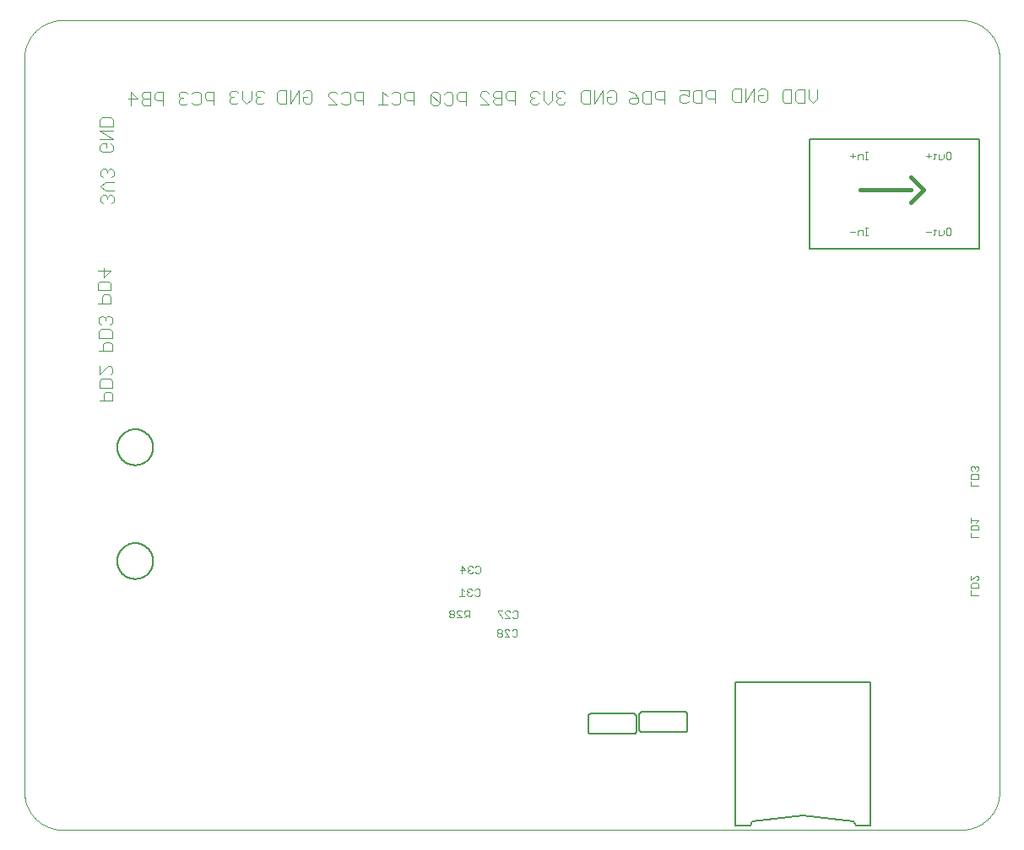
<source format=gbo>
G75*
%MOIN*%
%OFA0B0*%
%FSLAX25Y25*%
%IPPOS*%
%LPD*%
%AMOC8*
5,1,8,0,0,1.08239X$1,22.5*
%
%ADD10C,0.00000*%
%ADD11C,0.00400*%
%ADD12C,0.00300*%
%ADD13C,0.00500*%
%ADD14C,0.00600*%
%ADD15C,0.01600*%
D10*
X0017225Y0002026D02*
X0372225Y0002026D01*
X0372587Y0002030D01*
X0372950Y0002044D01*
X0373312Y0002065D01*
X0373673Y0002096D01*
X0374033Y0002135D01*
X0374392Y0002183D01*
X0374750Y0002240D01*
X0375107Y0002305D01*
X0375462Y0002379D01*
X0375815Y0002462D01*
X0376166Y0002553D01*
X0376514Y0002652D01*
X0376860Y0002760D01*
X0377204Y0002876D01*
X0377544Y0003001D01*
X0377881Y0003133D01*
X0378215Y0003274D01*
X0378546Y0003423D01*
X0378873Y0003580D01*
X0379196Y0003744D01*
X0379515Y0003916D01*
X0379829Y0004096D01*
X0380140Y0004284D01*
X0380445Y0004479D01*
X0380746Y0004681D01*
X0381042Y0004891D01*
X0381332Y0005107D01*
X0381618Y0005331D01*
X0381898Y0005561D01*
X0382172Y0005798D01*
X0382440Y0006042D01*
X0382703Y0006292D01*
X0382959Y0006548D01*
X0383209Y0006811D01*
X0383453Y0007079D01*
X0383690Y0007353D01*
X0383920Y0007633D01*
X0384144Y0007919D01*
X0384360Y0008209D01*
X0384570Y0008505D01*
X0384772Y0008806D01*
X0384967Y0009111D01*
X0385155Y0009422D01*
X0385335Y0009736D01*
X0385507Y0010055D01*
X0385671Y0010378D01*
X0385828Y0010705D01*
X0385977Y0011036D01*
X0386118Y0011370D01*
X0386250Y0011707D01*
X0386375Y0012047D01*
X0386491Y0012391D01*
X0386599Y0012737D01*
X0386698Y0013085D01*
X0386789Y0013436D01*
X0386872Y0013789D01*
X0386946Y0014144D01*
X0387011Y0014501D01*
X0387068Y0014859D01*
X0387116Y0015218D01*
X0387155Y0015578D01*
X0387186Y0015939D01*
X0387207Y0016301D01*
X0387221Y0016664D01*
X0387225Y0017026D01*
X0387225Y0307026D01*
X0387221Y0307388D01*
X0387207Y0307751D01*
X0387186Y0308113D01*
X0387155Y0308474D01*
X0387116Y0308834D01*
X0387068Y0309193D01*
X0387011Y0309551D01*
X0386946Y0309908D01*
X0386872Y0310263D01*
X0386789Y0310616D01*
X0386698Y0310967D01*
X0386599Y0311315D01*
X0386491Y0311661D01*
X0386375Y0312005D01*
X0386250Y0312345D01*
X0386118Y0312682D01*
X0385977Y0313016D01*
X0385828Y0313347D01*
X0385671Y0313674D01*
X0385507Y0313997D01*
X0385335Y0314316D01*
X0385155Y0314630D01*
X0384967Y0314941D01*
X0384772Y0315246D01*
X0384570Y0315547D01*
X0384360Y0315843D01*
X0384144Y0316133D01*
X0383920Y0316419D01*
X0383690Y0316699D01*
X0383453Y0316973D01*
X0383209Y0317241D01*
X0382959Y0317504D01*
X0382703Y0317760D01*
X0382440Y0318010D01*
X0382172Y0318254D01*
X0381898Y0318491D01*
X0381618Y0318721D01*
X0381332Y0318945D01*
X0381042Y0319161D01*
X0380746Y0319371D01*
X0380445Y0319573D01*
X0380140Y0319768D01*
X0379829Y0319956D01*
X0379515Y0320136D01*
X0379196Y0320308D01*
X0378873Y0320472D01*
X0378546Y0320629D01*
X0378215Y0320778D01*
X0377881Y0320919D01*
X0377544Y0321051D01*
X0377204Y0321176D01*
X0376860Y0321292D01*
X0376514Y0321400D01*
X0376166Y0321499D01*
X0375815Y0321590D01*
X0375462Y0321673D01*
X0375107Y0321747D01*
X0374750Y0321812D01*
X0374392Y0321869D01*
X0374033Y0321917D01*
X0373673Y0321956D01*
X0373312Y0321987D01*
X0372950Y0322008D01*
X0372587Y0322022D01*
X0372225Y0322026D01*
X0017225Y0322026D01*
X0016863Y0322022D01*
X0016500Y0322008D01*
X0016138Y0321987D01*
X0015777Y0321956D01*
X0015417Y0321917D01*
X0015058Y0321869D01*
X0014700Y0321812D01*
X0014343Y0321747D01*
X0013988Y0321673D01*
X0013635Y0321590D01*
X0013284Y0321499D01*
X0012936Y0321400D01*
X0012590Y0321292D01*
X0012246Y0321176D01*
X0011906Y0321051D01*
X0011569Y0320919D01*
X0011235Y0320778D01*
X0010904Y0320629D01*
X0010577Y0320472D01*
X0010254Y0320308D01*
X0009935Y0320136D01*
X0009621Y0319956D01*
X0009310Y0319768D01*
X0009005Y0319573D01*
X0008704Y0319371D01*
X0008408Y0319161D01*
X0008118Y0318945D01*
X0007832Y0318721D01*
X0007552Y0318491D01*
X0007278Y0318254D01*
X0007010Y0318010D01*
X0006747Y0317760D01*
X0006491Y0317504D01*
X0006241Y0317241D01*
X0005997Y0316973D01*
X0005760Y0316699D01*
X0005530Y0316419D01*
X0005306Y0316133D01*
X0005090Y0315843D01*
X0004880Y0315547D01*
X0004678Y0315246D01*
X0004483Y0314941D01*
X0004295Y0314630D01*
X0004115Y0314316D01*
X0003943Y0313997D01*
X0003779Y0313674D01*
X0003622Y0313347D01*
X0003473Y0313016D01*
X0003332Y0312682D01*
X0003200Y0312345D01*
X0003075Y0312005D01*
X0002959Y0311661D01*
X0002851Y0311315D01*
X0002752Y0310967D01*
X0002661Y0310616D01*
X0002578Y0310263D01*
X0002504Y0309908D01*
X0002439Y0309551D01*
X0002382Y0309193D01*
X0002334Y0308834D01*
X0002295Y0308474D01*
X0002264Y0308113D01*
X0002243Y0307751D01*
X0002229Y0307388D01*
X0002225Y0307026D01*
X0002225Y0017026D01*
X0002229Y0016664D01*
X0002243Y0016301D01*
X0002264Y0015939D01*
X0002295Y0015578D01*
X0002334Y0015218D01*
X0002382Y0014859D01*
X0002439Y0014501D01*
X0002504Y0014144D01*
X0002578Y0013789D01*
X0002661Y0013436D01*
X0002752Y0013085D01*
X0002851Y0012737D01*
X0002959Y0012391D01*
X0003075Y0012047D01*
X0003200Y0011707D01*
X0003332Y0011370D01*
X0003473Y0011036D01*
X0003622Y0010705D01*
X0003779Y0010378D01*
X0003943Y0010055D01*
X0004115Y0009736D01*
X0004295Y0009422D01*
X0004483Y0009111D01*
X0004678Y0008806D01*
X0004880Y0008505D01*
X0005090Y0008209D01*
X0005306Y0007919D01*
X0005530Y0007633D01*
X0005760Y0007353D01*
X0005997Y0007079D01*
X0006241Y0006811D01*
X0006491Y0006548D01*
X0006747Y0006292D01*
X0007010Y0006042D01*
X0007278Y0005798D01*
X0007552Y0005561D01*
X0007832Y0005331D01*
X0008118Y0005107D01*
X0008408Y0004891D01*
X0008704Y0004681D01*
X0009005Y0004479D01*
X0009310Y0004284D01*
X0009621Y0004096D01*
X0009935Y0003916D01*
X0010254Y0003744D01*
X0010577Y0003580D01*
X0010904Y0003423D01*
X0011235Y0003274D01*
X0011569Y0003133D01*
X0011906Y0003001D01*
X0012246Y0002876D01*
X0012590Y0002760D01*
X0012936Y0002652D01*
X0013284Y0002553D01*
X0013635Y0002462D01*
X0013988Y0002379D01*
X0014343Y0002305D01*
X0014700Y0002240D01*
X0015058Y0002183D01*
X0015417Y0002135D01*
X0015777Y0002096D01*
X0016138Y0002065D01*
X0016500Y0002044D01*
X0016863Y0002030D01*
X0017225Y0002026D01*
D11*
X0031805Y0171608D02*
X0037009Y0171608D01*
X0037009Y0174210D01*
X0036142Y0175078D01*
X0034407Y0175078D01*
X0033540Y0174210D01*
X0033540Y0171608D01*
X0031805Y0176765D02*
X0031805Y0179367D01*
X0032672Y0180234D01*
X0036142Y0180234D01*
X0037009Y0179367D01*
X0037009Y0176765D01*
X0031805Y0176765D01*
X0031805Y0181921D02*
X0035275Y0185391D01*
X0036142Y0185391D01*
X0037009Y0184523D01*
X0037009Y0182788D01*
X0036142Y0181921D01*
X0031805Y0181921D02*
X0031805Y0185391D01*
X0031590Y0191290D02*
X0036794Y0191290D01*
X0036794Y0193893D01*
X0035927Y0194760D01*
X0034192Y0194760D01*
X0033324Y0193893D01*
X0033324Y0191290D01*
X0031590Y0196447D02*
X0031590Y0199049D01*
X0032457Y0199916D01*
X0035927Y0199916D01*
X0036794Y0199049D01*
X0036794Y0196447D01*
X0031590Y0196447D01*
X0032457Y0201603D02*
X0031590Y0202471D01*
X0031590Y0204205D01*
X0032457Y0205073D01*
X0033324Y0205073D01*
X0034192Y0204205D01*
X0034192Y0203338D01*
X0034192Y0204205D02*
X0035059Y0205073D01*
X0035927Y0205073D01*
X0036794Y0204205D01*
X0036794Y0202471D01*
X0035927Y0201603D01*
X0036363Y0210111D02*
X0031159Y0210111D01*
X0032893Y0210111D02*
X0032893Y0212713D01*
X0033761Y0213580D01*
X0035496Y0213580D01*
X0036363Y0212713D01*
X0036363Y0210111D01*
X0036363Y0215267D02*
X0031159Y0215267D01*
X0031159Y0217869D01*
X0032026Y0218737D01*
X0035496Y0218737D01*
X0036363Y0217869D01*
X0036363Y0215267D01*
X0033761Y0220423D02*
X0033761Y0223893D01*
X0036363Y0223026D02*
X0033761Y0220423D01*
X0031159Y0223026D02*
X0036363Y0223026D01*
X0036708Y0249561D02*
X0037576Y0250428D01*
X0037576Y0252163D01*
X0036708Y0253030D01*
X0035841Y0253030D01*
X0034973Y0252163D01*
X0034106Y0253030D01*
X0033239Y0253030D01*
X0032371Y0252163D01*
X0032371Y0250428D01*
X0033239Y0249561D01*
X0034973Y0251296D02*
X0034973Y0252163D01*
X0034106Y0254717D02*
X0032371Y0256452D01*
X0034106Y0258187D01*
X0037576Y0258187D01*
X0036708Y0259874D02*
X0037576Y0260741D01*
X0037576Y0262476D01*
X0036708Y0263343D01*
X0035841Y0263343D01*
X0034973Y0262476D01*
X0034106Y0263343D01*
X0033239Y0263343D01*
X0032371Y0262476D01*
X0032371Y0260741D01*
X0033239Y0259874D01*
X0034973Y0261608D02*
X0034973Y0262476D01*
X0036315Y0269876D02*
X0032845Y0269876D01*
X0031978Y0270743D01*
X0031978Y0272478D01*
X0032845Y0273345D01*
X0034580Y0273345D01*
X0034580Y0271611D01*
X0036315Y0273345D02*
X0037182Y0272478D01*
X0037182Y0270743D01*
X0036315Y0269876D01*
X0037182Y0275032D02*
X0031978Y0275032D01*
X0031978Y0278502D02*
X0037182Y0275032D01*
X0037182Y0278502D02*
X0031978Y0278502D01*
X0031978Y0280189D02*
X0031978Y0282791D01*
X0032845Y0283658D01*
X0036315Y0283658D01*
X0037182Y0282791D01*
X0037182Y0280189D01*
X0031978Y0280189D01*
X0044181Y0288474D02*
X0044181Y0293679D01*
X0046784Y0291076D01*
X0043314Y0291076D01*
X0048470Y0290209D02*
X0048470Y0289341D01*
X0049338Y0288474D01*
X0051940Y0288474D01*
X0051940Y0293679D01*
X0049338Y0293679D01*
X0048470Y0292811D01*
X0048470Y0291944D01*
X0049338Y0291076D01*
X0051940Y0291076D01*
X0053627Y0291076D02*
X0054494Y0290209D01*
X0057096Y0290209D01*
X0057096Y0288474D02*
X0057096Y0293679D01*
X0054494Y0293679D01*
X0053627Y0292811D01*
X0053627Y0291076D01*
X0049338Y0291076D02*
X0048470Y0290209D01*
X0063190Y0290362D02*
X0063190Y0289495D01*
X0064058Y0288627D01*
X0065792Y0288627D01*
X0066660Y0289495D01*
X0068347Y0289495D02*
X0069214Y0288627D01*
X0070949Y0288627D01*
X0071816Y0289495D01*
X0071816Y0292964D01*
X0070949Y0293832D01*
X0069214Y0293832D01*
X0068347Y0292964D01*
X0066660Y0292964D02*
X0065792Y0293832D01*
X0064058Y0293832D01*
X0063190Y0292964D01*
X0063190Y0292097D01*
X0064058Y0291229D01*
X0063190Y0290362D01*
X0064058Y0291229D02*
X0064925Y0291229D01*
X0073503Y0291229D02*
X0074370Y0290362D01*
X0076973Y0290362D01*
X0076973Y0288627D02*
X0076973Y0293832D01*
X0074370Y0293832D01*
X0073503Y0292964D01*
X0073503Y0291229D01*
X0083196Y0290688D02*
X0083196Y0289821D01*
X0084064Y0288953D01*
X0085799Y0288953D01*
X0086666Y0289821D01*
X0088353Y0290688D02*
X0088353Y0294158D01*
X0086666Y0293290D02*
X0085799Y0294158D01*
X0084064Y0294158D01*
X0083196Y0293290D01*
X0083196Y0292423D01*
X0084064Y0291555D01*
X0083196Y0290688D01*
X0084064Y0291555D02*
X0084931Y0291555D01*
X0088353Y0290688D02*
X0090088Y0288953D01*
X0091822Y0290688D01*
X0091822Y0294158D01*
X0093509Y0293290D02*
X0093509Y0292423D01*
X0094377Y0291555D01*
X0093509Y0290688D01*
X0093509Y0289821D01*
X0094377Y0288953D01*
X0096111Y0288953D01*
X0096979Y0289821D01*
X0095244Y0291555D02*
X0094377Y0291555D01*
X0093509Y0293290D02*
X0094377Y0294158D01*
X0096111Y0294158D01*
X0096979Y0293290D01*
X0101966Y0293514D02*
X0101966Y0290045D01*
X0102833Y0289177D01*
X0105435Y0289177D01*
X0105435Y0294382D01*
X0102833Y0294382D01*
X0101966Y0293514D01*
X0107122Y0294382D02*
X0107122Y0289177D01*
X0110592Y0294382D01*
X0110592Y0289177D01*
X0112278Y0290045D02*
X0112278Y0291780D01*
X0114013Y0291780D01*
X0112278Y0293514D02*
X0113146Y0294382D01*
X0114881Y0294382D01*
X0115748Y0293514D01*
X0115748Y0290045D01*
X0114881Y0289177D01*
X0113146Y0289177D01*
X0112278Y0290045D01*
X0122237Y0288627D02*
X0125707Y0288627D01*
X0122237Y0292097D01*
X0122237Y0292964D01*
X0123105Y0293832D01*
X0124840Y0293832D01*
X0125707Y0292964D01*
X0127394Y0292964D02*
X0128261Y0293832D01*
X0129996Y0293832D01*
X0130863Y0292964D01*
X0130863Y0289495D01*
X0129996Y0288627D01*
X0128261Y0288627D01*
X0127394Y0289495D01*
X0132550Y0291229D02*
X0133418Y0290362D01*
X0136020Y0290362D01*
X0136020Y0288627D02*
X0136020Y0293832D01*
X0133418Y0293832D01*
X0132550Y0292964D01*
X0132550Y0291229D01*
X0141992Y0288627D02*
X0145461Y0288627D01*
X0143727Y0288627D02*
X0143727Y0293832D01*
X0145461Y0292097D01*
X0147148Y0292964D02*
X0148016Y0293832D01*
X0149750Y0293832D01*
X0150618Y0292964D01*
X0150618Y0289495D01*
X0149750Y0288627D01*
X0148016Y0288627D01*
X0147148Y0289495D01*
X0152305Y0291229D02*
X0153172Y0290362D01*
X0155774Y0290362D01*
X0155774Y0288627D02*
X0155774Y0293832D01*
X0153172Y0293832D01*
X0152305Y0292964D01*
X0152305Y0291229D01*
X0162747Y0292778D02*
X0162747Y0289308D01*
X0163615Y0288441D01*
X0165350Y0288441D01*
X0166217Y0289308D01*
X0162747Y0292778D01*
X0163615Y0293645D01*
X0165350Y0293645D01*
X0166217Y0292778D01*
X0166217Y0289308D01*
X0167904Y0289308D02*
X0168771Y0288441D01*
X0170506Y0288441D01*
X0171373Y0289308D01*
X0171373Y0292778D01*
X0170506Y0293645D01*
X0168771Y0293645D01*
X0167904Y0292778D01*
X0173060Y0292778D02*
X0173060Y0291043D01*
X0173928Y0290176D01*
X0176530Y0290176D01*
X0176530Y0288441D02*
X0176530Y0293645D01*
X0173928Y0293645D01*
X0173060Y0292778D01*
X0182115Y0292997D02*
X0182982Y0293864D01*
X0184717Y0293864D01*
X0185584Y0292997D01*
X0187271Y0292997D02*
X0187271Y0292130D01*
X0188139Y0291262D01*
X0187271Y0290395D01*
X0187271Y0289527D01*
X0188139Y0288660D01*
X0190741Y0288660D01*
X0190741Y0293864D01*
X0188139Y0293864D01*
X0187271Y0292997D01*
X0188139Y0291262D02*
X0190741Y0291262D01*
X0192428Y0291262D02*
X0193295Y0290395D01*
X0195897Y0290395D01*
X0195897Y0288660D02*
X0195897Y0293864D01*
X0193295Y0293864D01*
X0192428Y0292997D01*
X0192428Y0291262D01*
X0185584Y0288660D02*
X0182115Y0292130D01*
X0182115Y0292997D01*
X0182115Y0288660D02*
X0185584Y0288660D01*
X0201973Y0289541D02*
X0202840Y0288674D01*
X0204575Y0288674D01*
X0205442Y0289541D01*
X0207129Y0290408D02*
X0207129Y0293878D01*
X0205442Y0293011D02*
X0204575Y0293878D01*
X0202840Y0293878D01*
X0201973Y0293011D01*
X0201973Y0292143D01*
X0202840Y0291276D01*
X0201973Y0290408D01*
X0201973Y0289541D01*
X0202840Y0291276D02*
X0203707Y0291276D01*
X0207129Y0290408D02*
X0208864Y0288674D01*
X0210599Y0290408D01*
X0210599Y0293878D01*
X0212285Y0293011D02*
X0212285Y0292143D01*
X0213153Y0291276D01*
X0212285Y0290408D01*
X0212285Y0289541D01*
X0213153Y0288674D01*
X0214888Y0288674D01*
X0215755Y0289541D01*
X0214020Y0291276D02*
X0213153Y0291276D01*
X0212285Y0293011D02*
X0213153Y0293878D01*
X0214888Y0293878D01*
X0215755Y0293011D01*
X0222018Y0293390D02*
X0222018Y0289921D01*
X0222886Y0289053D01*
X0225488Y0289053D01*
X0225488Y0294258D01*
X0222886Y0294258D01*
X0222018Y0293390D01*
X0227175Y0294258D02*
X0227175Y0289053D01*
X0230644Y0294258D01*
X0230644Y0289053D01*
X0232331Y0289921D02*
X0232331Y0291655D01*
X0234066Y0291655D01*
X0235801Y0289921D02*
X0235801Y0293390D01*
X0234933Y0294258D01*
X0233198Y0294258D01*
X0232331Y0293390D01*
X0232331Y0289921D02*
X0233198Y0289053D01*
X0234933Y0289053D01*
X0235801Y0289921D01*
X0241086Y0289776D02*
X0241086Y0290643D01*
X0241953Y0291511D01*
X0244555Y0291511D01*
X0244555Y0289776D01*
X0243688Y0288908D01*
X0241953Y0288908D01*
X0241086Y0289776D01*
X0242821Y0293245D02*
X0244555Y0291511D01*
X0246242Y0289776D02*
X0246242Y0293245D01*
X0247110Y0294113D01*
X0249712Y0294113D01*
X0249712Y0288908D01*
X0247110Y0288908D01*
X0246242Y0289776D01*
X0242821Y0293245D02*
X0241086Y0294113D01*
X0251399Y0293245D02*
X0251399Y0291511D01*
X0252266Y0290643D01*
X0254868Y0290643D01*
X0254868Y0288908D02*
X0254868Y0294113D01*
X0252266Y0294113D01*
X0251399Y0293245D01*
X0261074Y0294485D02*
X0264544Y0294485D01*
X0264544Y0291883D01*
X0262809Y0292750D01*
X0261941Y0292750D01*
X0261074Y0291883D01*
X0261074Y0290148D01*
X0261941Y0289281D01*
X0263676Y0289281D01*
X0264544Y0290148D01*
X0266230Y0290148D02*
X0266230Y0293618D01*
X0267098Y0294485D01*
X0269700Y0294485D01*
X0269700Y0289281D01*
X0267098Y0289281D01*
X0266230Y0290148D01*
X0271387Y0291883D02*
X0272254Y0291016D01*
X0274856Y0291016D01*
X0274856Y0289281D02*
X0274856Y0294485D01*
X0272254Y0294485D01*
X0271387Y0293618D01*
X0271387Y0291883D01*
X0281734Y0290541D02*
X0281734Y0294011D01*
X0282602Y0294878D01*
X0285204Y0294878D01*
X0285204Y0289674D01*
X0282602Y0289674D01*
X0281734Y0290541D01*
X0286891Y0289674D02*
X0286891Y0294878D01*
X0290360Y0294878D02*
X0286891Y0289674D01*
X0290360Y0289674D02*
X0290360Y0294878D01*
X0292047Y0294011D02*
X0292914Y0294878D01*
X0294649Y0294878D01*
X0295517Y0294011D01*
X0295517Y0290541D01*
X0294649Y0289674D01*
X0292914Y0289674D01*
X0292047Y0290541D01*
X0292047Y0292276D01*
X0293782Y0292276D01*
X0301495Y0293741D02*
X0301495Y0290272D01*
X0302363Y0289404D01*
X0304965Y0289404D01*
X0304965Y0294609D01*
X0302363Y0294609D01*
X0301495Y0293741D01*
X0306652Y0293741D02*
X0306652Y0290272D01*
X0307519Y0289404D01*
X0310121Y0289404D01*
X0310121Y0294609D01*
X0307519Y0294609D01*
X0306652Y0293741D01*
X0311808Y0294609D02*
X0311808Y0291139D01*
X0313543Y0289404D01*
X0315278Y0291139D01*
X0315278Y0294609D01*
X0037576Y0254717D02*
X0034106Y0254717D01*
D12*
X0174864Y0106294D02*
X0176315Y0104843D01*
X0174380Y0104843D01*
X0174864Y0106294D02*
X0174864Y0103391D01*
X0177327Y0103875D02*
X0177810Y0103391D01*
X0178778Y0103391D01*
X0179262Y0103875D01*
X0180273Y0103875D02*
X0180757Y0103391D01*
X0181724Y0103391D01*
X0182208Y0103875D01*
X0182208Y0105810D01*
X0181724Y0106294D01*
X0180757Y0106294D01*
X0180273Y0105810D01*
X0179262Y0105810D02*
X0178778Y0106294D01*
X0177810Y0106294D01*
X0177327Y0105810D01*
X0177327Y0105326D01*
X0177810Y0104843D01*
X0177327Y0104359D01*
X0177327Y0103875D01*
X0177810Y0104843D02*
X0178294Y0104843D01*
X0178486Y0097314D02*
X0177518Y0097314D01*
X0177035Y0096830D01*
X0177035Y0096346D01*
X0177518Y0095863D01*
X0177035Y0095379D01*
X0177035Y0094895D01*
X0177518Y0094411D01*
X0178486Y0094411D01*
X0178970Y0094895D01*
X0179981Y0094895D02*
X0180465Y0094411D01*
X0181432Y0094411D01*
X0181916Y0094895D01*
X0181916Y0096830D01*
X0181432Y0097314D01*
X0180465Y0097314D01*
X0179981Y0096830D01*
X0178970Y0096830D02*
X0178486Y0097314D01*
X0178002Y0095863D02*
X0177518Y0095863D01*
X0176023Y0096346D02*
X0175056Y0097314D01*
X0175056Y0094411D01*
X0176023Y0094411D02*
X0174088Y0094411D01*
X0174453Y0088771D02*
X0174937Y0088288D01*
X0174453Y0088771D02*
X0173485Y0088771D01*
X0173002Y0088288D01*
X0173002Y0087804D01*
X0174937Y0085869D01*
X0173002Y0085869D01*
X0171990Y0086353D02*
X0171990Y0086836D01*
X0171506Y0087320D01*
X0170539Y0087320D01*
X0170055Y0086836D01*
X0170055Y0086353D01*
X0170539Y0085869D01*
X0171506Y0085869D01*
X0171990Y0086353D01*
X0171506Y0087320D02*
X0171990Y0087804D01*
X0171990Y0088288D01*
X0171506Y0088771D01*
X0170539Y0088771D01*
X0170055Y0088288D01*
X0170055Y0087804D01*
X0170539Y0087320D01*
X0175948Y0087320D02*
X0176432Y0086836D01*
X0177883Y0086836D01*
X0177883Y0085869D02*
X0177883Y0088771D01*
X0176432Y0088771D01*
X0175948Y0088288D01*
X0175948Y0087320D01*
X0176916Y0086836D02*
X0175948Y0085869D01*
X0189137Y0088062D02*
X0191072Y0086127D01*
X0191072Y0085643D01*
X0192084Y0085643D02*
X0194019Y0085643D01*
X0192084Y0087578D01*
X0192084Y0088062D01*
X0192567Y0088545D01*
X0193535Y0088545D01*
X0194019Y0088062D01*
X0195030Y0088062D02*
X0195514Y0088545D01*
X0196481Y0088545D01*
X0196965Y0088062D01*
X0196965Y0086127D01*
X0196481Y0085643D01*
X0195514Y0085643D01*
X0195030Y0086127D01*
X0191072Y0088545D02*
X0189137Y0088545D01*
X0189137Y0088062D01*
X0189364Y0081206D02*
X0188881Y0080723D01*
X0188881Y0080239D01*
X0189364Y0079755D01*
X0190332Y0079755D01*
X0190816Y0080239D01*
X0190816Y0080723D01*
X0190332Y0081206D01*
X0189364Y0081206D01*
X0189364Y0079755D02*
X0188881Y0079271D01*
X0188881Y0078788D01*
X0189364Y0078304D01*
X0190332Y0078304D01*
X0190816Y0078788D01*
X0190816Y0079271D01*
X0190332Y0079755D01*
X0191827Y0080239D02*
X0191827Y0080723D01*
X0192311Y0081206D01*
X0193278Y0081206D01*
X0193762Y0080723D01*
X0194774Y0080723D02*
X0195257Y0081206D01*
X0196225Y0081206D01*
X0196709Y0080723D01*
X0196709Y0078788D01*
X0196225Y0078304D01*
X0195257Y0078304D01*
X0194774Y0078788D01*
X0193762Y0078304D02*
X0191827Y0080239D01*
X0191827Y0078304D02*
X0193762Y0078304D01*
X0375968Y0094677D02*
X0375968Y0096612D01*
X0375968Y0097624D02*
X0375968Y0099075D01*
X0376452Y0099559D01*
X0378387Y0099559D01*
X0378870Y0099075D01*
X0378870Y0097624D01*
X0375968Y0097624D01*
X0375968Y0100570D02*
X0377903Y0102505D01*
X0378387Y0102505D01*
X0378870Y0102021D01*
X0378870Y0101054D01*
X0378387Y0100570D01*
X0375968Y0100570D02*
X0375968Y0102505D01*
X0375968Y0094677D02*
X0378870Y0094677D01*
X0378989Y0117583D02*
X0376086Y0117583D01*
X0376086Y0119518D01*
X0376086Y0120529D02*
X0376086Y0121981D01*
X0376570Y0122464D01*
X0378505Y0122464D01*
X0378989Y0121981D01*
X0378989Y0120529D01*
X0376086Y0120529D01*
X0376086Y0123476D02*
X0376086Y0125411D01*
X0376086Y0124443D02*
X0378989Y0124443D01*
X0378021Y0123476D01*
X0378912Y0137874D02*
X0376009Y0137874D01*
X0376009Y0139809D01*
X0376009Y0140821D02*
X0376009Y0142272D01*
X0376493Y0142756D01*
X0378428Y0142756D01*
X0378912Y0142272D01*
X0378912Y0140821D01*
X0376009Y0140821D01*
X0376493Y0143767D02*
X0376009Y0144251D01*
X0376009Y0145219D01*
X0376493Y0145702D01*
X0376977Y0145702D01*
X0377461Y0145219D01*
X0377461Y0144735D01*
X0377461Y0145219D02*
X0377944Y0145702D01*
X0378428Y0145702D01*
X0378912Y0145219D01*
X0378912Y0144251D01*
X0378428Y0143767D01*
X0367571Y0237060D02*
X0366603Y0237060D01*
X0366119Y0237544D01*
X0366119Y0239479D01*
X0366603Y0239962D01*
X0367571Y0239962D01*
X0368054Y0239479D01*
X0368054Y0237544D01*
X0367571Y0237060D01*
X0365108Y0237544D02*
X0364624Y0237060D01*
X0363173Y0237060D01*
X0363173Y0238995D01*
X0362161Y0238995D02*
X0361194Y0238995D01*
X0361677Y0239479D02*
X0361677Y0237544D01*
X0361194Y0237060D01*
X0360197Y0238511D02*
X0358262Y0238511D01*
X0365108Y0238995D02*
X0365108Y0237544D01*
X0335108Y0237060D02*
X0334140Y0237060D01*
X0334624Y0237060D02*
X0334624Y0239962D01*
X0335108Y0239962D02*
X0334140Y0239962D01*
X0333143Y0238995D02*
X0331692Y0238995D01*
X0331208Y0238511D01*
X0331208Y0237060D01*
X0330197Y0238511D02*
X0328262Y0238511D01*
X0333143Y0238995D02*
X0333143Y0237060D01*
X0333143Y0267060D02*
X0333143Y0268995D01*
X0331692Y0268995D01*
X0331208Y0268511D01*
X0331208Y0267060D01*
X0330197Y0268511D02*
X0328262Y0268511D01*
X0329229Y0267544D02*
X0329229Y0269479D01*
X0334140Y0269962D02*
X0335108Y0269962D01*
X0334624Y0269962D02*
X0334624Y0267060D01*
X0335108Y0267060D02*
X0334140Y0267060D01*
X0358262Y0268511D02*
X0360197Y0268511D01*
X0361194Y0268995D02*
X0362161Y0268995D01*
X0361677Y0269479D02*
X0361677Y0267544D01*
X0361194Y0267060D01*
X0363173Y0267060D02*
X0363173Y0268995D01*
X0365108Y0268995D02*
X0365108Y0267544D01*
X0364624Y0267060D01*
X0363173Y0267060D01*
X0366119Y0267544D02*
X0366119Y0269479D01*
X0366603Y0269962D01*
X0367571Y0269962D01*
X0368054Y0269479D01*
X0368054Y0267544D01*
X0367571Y0267060D01*
X0366603Y0267060D01*
X0366119Y0267544D01*
X0359229Y0267544D02*
X0359229Y0269479D01*
D13*
X0379329Y0275110D02*
X0379329Y0231803D01*
X0312400Y0231803D01*
X0312400Y0275110D01*
X0379329Y0275110D01*
X0336421Y0060349D02*
X0283035Y0060349D01*
X0283035Y0007987D01*
X0283035Y0003656D01*
X0288940Y0003656D01*
X0289728Y0005349D01*
X0309728Y0007849D01*
X0329728Y0005349D01*
X0330515Y0003656D01*
X0336421Y0003656D01*
X0336421Y0060349D01*
X0038878Y0108266D02*
X0038880Y0108440D01*
X0038887Y0108614D01*
X0038897Y0108787D01*
X0038912Y0108961D01*
X0038931Y0109134D01*
X0038955Y0109306D01*
X0038982Y0109478D01*
X0039014Y0109649D01*
X0039050Y0109819D01*
X0039090Y0109988D01*
X0039135Y0110156D01*
X0039183Y0110323D01*
X0039236Y0110489D01*
X0039292Y0110654D01*
X0039353Y0110817D01*
X0039417Y0110978D01*
X0039486Y0111138D01*
X0039558Y0111296D01*
X0039635Y0111452D01*
X0039715Y0111607D01*
X0039799Y0111759D01*
X0039886Y0111909D01*
X0039978Y0112058D01*
X0040072Y0112203D01*
X0040171Y0112347D01*
X0040273Y0112488D01*
X0040378Y0112626D01*
X0040487Y0112762D01*
X0040599Y0112895D01*
X0040714Y0113025D01*
X0040832Y0113153D01*
X0040954Y0113277D01*
X0041078Y0113399D01*
X0041206Y0113517D01*
X0041336Y0113632D01*
X0041469Y0113744D01*
X0041605Y0113853D01*
X0041743Y0113958D01*
X0041884Y0114060D01*
X0042028Y0114159D01*
X0042173Y0114253D01*
X0042322Y0114345D01*
X0042472Y0114432D01*
X0042624Y0114516D01*
X0042779Y0114596D01*
X0042935Y0114673D01*
X0043093Y0114745D01*
X0043253Y0114814D01*
X0043414Y0114878D01*
X0043577Y0114939D01*
X0043742Y0114995D01*
X0043908Y0115048D01*
X0044075Y0115096D01*
X0044243Y0115141D01*
X0044412Y0115181D01*
X0044582Y0115217D01*
X0044753Y0115249D01*
X0044925Y0115276D01*
X0045097Y0115300D01*
X0045270Y0115319D01*
X0045444Y0115334D01*
X0045617Y0115344D01*
X0045791Y0115351D01*
X0045965Y0115353D01*
X0046139Y0115351D01*
X0046313Y0115344D01*
X0046486Y0115334D01*
X0046660Y0115319D01*
X0046833Y0115300D01*
X0047005Y0115276D01*
X0047177Y0115249D01*
X0047348Y0115217D01*
X0047518Y0115181D01*
X0047687Y0115141D01*
X0047855Y0115096D01*
X0048022Y0115048D01*
X0048188Y0114995D01*
X0048353Y0114939D01*
X0048516Y0114878D01*
X0048677Y0114814D01*
X0048837Y0114745D01*
X0048995Y0114673D01*
X0049151Y0114596D01*
X0049306Y0114516D01*
X0049458Y0114432D01*
X0049608Y0114345D01*
X0049757Y0114253D01*
X0049902Y0114159D01*
X0050046Y0114060D01*
X0050187Y0113958D01*
X0050325Y0113853D01*
X0050461Y0113744D01*
X0050594Y0113632D01*
X0050724Y0113517D01*
X0050852Y0113399D01*
X0050976Y0113277D01*
X0051098Y0113153D01*
X0051216Y0113025D01*
X0051331Y0112895D01*
X0051443Y0112762D01*
X0051552Y0112626D01*
X0051657Y0112488D01*
X0051759Y0112347D01*
X0051858Y0112203D01*
X0051952Y0112058D01*
X0052044Y0111909D01*
X0052131Y0111759D01*
X0052215Y0111607D01*
X0052295Y0111452D01*
X0052372Y0111296D01*
X0052444Y0111138D01*
X0052513Y0110978D01*
X0052577Y0110817D01*
X0052638Y0110654D01*
X0052694Y0110489D01*
X0052747Y0110323D01*
X0052795Y0110156D01*
X0052840Y0109988D01*
X0052880Y0109819D01*
X0052916Y0109649D01*
X0052948Y0109478D01*
X0052975Y0109306D01*
X0052999Y0109134D01*
X0053018Y0108961D01*
X0053033Y0108787D01*
X0053043Y0108614D01*
X0053050Y0108440D01*
X0053052Y0108266D01*
X0053050Y0108092D01*
X0053043Y0107918D01*
X0053033Y0107745D01*
X0053018Y0107571D01*
X0052999Y0107398D01*
X0052975Y0107226D01*
X0052948Y0107054D01*
X0052916Y0106883D01*
X0052880Y0106713D01*
X0052840Y0106544D01*
X0052795Y0106376D01*
X0052747Y0106209D01*
X0052694Y0106043D01*
X0052638Y0105878D01*
X0052577Y0105715D01*
X0052513Y0105554D01*
X0052444Y0105394D01*
X0052372Y0105236D01*
X0052295Y0105080D01*
X0052215Y0104925D01*
X0052131Y0104773D01*
X0052044Y0104623D01*
X0051952Y0104474D01*
X0051858Y0104329D01*
X0051759Y0104185D01*
X0051657Y0104044D01*
X0051552Y0103906D01*
X0051443Y0103770D01*
X0051331Y0103637D01*
X0051216Y0103507D01*
X0051098Y0103379D01*
X0050976Y0103255D01*
X0050852Y0103133D01*
X0050724Y0103015D01*
X0050594Y0102900D01*
X0050461Y0102788D01*
X0050325Y0102679D01*
X0050187Y0102574D01*
X0050046Y0102472D01*
X0049902Y0102373D01*
X0049757Y0102279D01*
X0049608Y0102187D01*
X0049458Y0102100D01*
X0049306Y0102016D01*
X0049151Y0101936D01*
X0048995Y0101859D01*
X0048837Y0101787D01*
X0048677Y0101718D01*
X0048516Y0101654D01*
X0048353Y0101593D01*
X0048188Y0101537D01*
X0048022Y0101484D01*
X0047855Y0101436D01*
X0047687Y0101391D01*
X0047518Y0101351D01*
X0047348Y0101315D01*
X0047177Y0101283D01*
X0047005Y0101256D01*
X0046833Y0101232D01*
X0046660Y0101213D01*
X0046486Y0101198D01*
X0046313Y0101188D01*
X0046139Y0101181D01*
X0045965Y0101179D01*
X0045791Y0101181D01*
X0045617Y0101188D01*
X0045444Y0101198D01*
X0045270Y0101213D01*
X0045097Y0101232D01*
X0044925Y0101256D01*
X0044753Y0101283D01*
X0044582Y0101315D01*
X0044412Y0101351D01*
X0044243Y0101391D01*
X0044075Y0101436D01*
X0043908Y0101484D01*
X0043742Y0101537D01*
X0043577Y0101593D01*
X0043414Y0101654D01*
X0043253Y0101718D01*
X0043093Y0101787D01*
X0042935Y0101859D01*
X0042779Y0101936D01*
X0042624Y0102016D01*
X0042472Y0102100D01*
X0042322Y0102187D01*
X0042173Y0102279D01*
X0042028Y0102373D01*
X0041884Y0102472D01*
X0041743Y0102574D01*
X0041605Y0102679D01*
X0041469Y0102788D01*
X0041336Y0102900D01*
X0041206Y0103015D01*
X0041078Y0103133D01*
X0040954Y0103255D01*
X0040832Y0103379D01*
X0040714Y0103507D01*
X0040599Y0103637D01*
X0040487Y0103770D01*
X0040378Y0103906D01*
X0040273Y0104044D01*
X0040171Y0104185D01*
X0040072Y0104329D01*
X0039978Y0104474D01*
X0039886Y0104623D01*
X0039799Y0104773D01*
X0039715Y0104925D01*
X0039635Y0105080D01*
X0039558Y0105236D01*
X0039486Y0105394D01*
X0039417Y0105554D01*
X0039353Y0105715D01*
X0039292Y0105878D01*
X0039236Y0106043D01*
X0039183Y0106209D01*
X0039135Y0106376D01*
X0039090Y0106544D01*
X0039050Y0106713D01*
X0039014Y0106883D01*
X0038982Y0107054D01*
X0038955Y0107226D01*
X0038931Y0107398D01*
X0038912Y0107571D01*
X0038897Y0107745D01*
X0038887Y0107918D01*
X0038880Y0108092D01*
X0038878Y0108266D01*
X0038878Y0153266D02*
X0038880Y0153440D01*
X0038887Y0153614D01*
X0038897Y0153787D01*
X0038912Y0153961D01*
X0038931Y0154134D01*
X0038955Y0154306D01*
X0038982Y0154478D01*
X0039014Y0154649D01*
X0039050Y0154819D01*
X0039090Y0154988D01*
X0039135Y0155156D01*
X0039183Y0155323D01*
X0039236Y0155489D01*
X0039292Y0155654D01*
X0039353Y0155817D01*
X0039417Y0155978D01*
X0039486Y0156138D01*
X0039558Y0156296D01*
X0039635Y0156452D01*
X0039715Y0156607D01*
X0039799Y0156759D01*
X0039886Y0156909D01*
X0039978Y0157058D01*
X0040072Y0157203D01*
X0040171Y0157347D01*
X0040273Y0157488D01*
X0040378Y0157626D01*
X0040487Y0157762D01*
X0040599Y0157895D01*
X0040714Y0158025D01*
X0040832Y0158153D01*
X0040954Y0158277D01*
X0041078Y0158399D01*
X0041206Y0158517D01*
X0041336Y0158632D01*
X0041469Y0158744D01*
X0041605Y0158853D01*
X0041743Y0158958D01*
X0041884Y0159060D01*
X0042028Y0159159D01*
X0042173Y0159253D01*
X0042322Y0159345D01*
X0042472Y0159432D01*
X0042624Y0159516D01*
X0042779Y0159596D01*
X0042935Y0159673D01*
X0043093Y0159745D01*
X0043253Y0159814D01*
X0043414Y0159878D01*
X0043577Y0159939D01*
X0043742Y0159995D01*
X0043908Y0160048D01*
X0044075Y0160096D01*
X0044243Y0160141D01*
X0044412Y0160181D01*
X0044582Y0160217D01*
X0044753Y0160249D01*
X0044925Y0160276D01*
X0045097Y0160300D01*
X0045270Y0160319D01*
X0045444Y0160334D01*
X0045617Y0160344D01*
X0045791Y0160351D01*
X0045965Y0160353D01*
X0046139Y0160351D01*
X0046313Y0160344D01*
X0046486Y0160334D01*
X0046660Y0160319D01*
X0046833Y0160300D01*
X0047005Y0160276D01*
X0047177Y0160249D01*
X0047348Y0160217D01*
X0047518Y0160181D01*
X0047687Y0160141D01*
X0047855Y0160096D01*
X0048022Y0160048D01*
X0048188Y0159995D01*
X0048353Y0159939D01*
X0048516Y0159878D01*
X0048677Y0159814D01*
X0048837Y0159745D01*
X0048995Y0159673D01*
X0049151Y0159596D01*
X0049306Y0159516D01*
X0049458Y0159432D01*
X0049608Y0159345D01*
X0049757Y0159253D01*
X0049902Y0159159D01*
X0050046Y0159060D01*
X0050187Y0158958D01*
X0050325Y0158853D01*
X0050461Y0158744D01*
X0050594Y0158632D01*
X0050724Y0158517D01*
X0050852Y0158399D01*
X0050976Y0158277D01*
X0051098Y0158153D01*
X0051216Y0158025D01*
X0051331Y0157895D01*
X0051443Y0157762D01*
X0051552Y0157626D01*
X0051657Y0157488D01*
X0051759Y0157347D01*
X0051858Y0157203D01*
X0051952Y0157058D01*
X0052044Y0156909D01*
X0052131Y0156759D01*
X0052215Y0156607D01*
X0052295Y0156452D01*
X0052372Y0156296D01*
X0052444Y0156138D01*
X0052513Y0155978D01*
X0052577Y0155817D01*
X0052638Y0155654D01*
X0052694Y0155489D01*
X0052747Y0155323D01*
X0052795Y0155156D01*
X0052840Y0154988D01*
X0052880Y0154819D01*
X0052916Y0154649D01*
X0052948Y0154478D01*
X0052975Y0154306D01*
X0052999Y0154134D01*
X0053018Y0153961D01*
X0053033Y0153787D01*
X0053043Y0153614D01*
X0053050Y0153440D01*
X0053052Y0153266D01*
X0053050Y0153092D01*
X0053043Y0152918D01*
X0053033Y0152745D01*
X0053018Y0152571D01*
X0052999Y0152398D01*
X0052975Y0152226D01*
X0052948Y0152054D01*
X0052916Y0151883D01*
X0052880Y0151713D01*
X0052840Y0151544D01*
X0052795Y0151376D01*
X0052747Y0151209D01*
X0052694Y0151043D01*
X0052638Y0150878D01*
X0052577Y0150715D01*
X0052513Y0150554D01*
X0052444Y0150394D01*
X0052372Y0150236D01*
X0052295Y0150080D01*
X0052215Y0149925D01*
X0052131Y0149773D01*
X0052044Y0149623D01*
X0051952Y0149474D01*
X0051858Y0149329D01*
X0051759Y0149185D01*
X0051657Y0149044D01*
X0051552Y0148906D01*
X0051443Y0148770D01*
X0051331Y0148637D01*
X0051216Y0148507D01*
X0051098Y0148379D01*
X0050976Y0148255D01*
X0050852Y0148133D01*
X0050724Y0148015D01*
X0050594Y0147900D01*
X0050461Y0147788D01*
X0050325Y0147679D01*
X0050187Y0147574D01*
X0050046Y0147472D01*
X0049902Y0147373D01*
X0049757Y0147279D01*
X0049608Y0147187D01*
X0049458Y0147100D01*
X0049306Y0147016D01*
X0049151Y0146936D01*
X0048995Y0146859D01*
X0048837Y0146787D01*
X0048677Y0146718D01*
X0048516Y0146654D01*
X0048353Y0146593D01*
X0048188Y0146537D01*
X0048022Y0146484D01*
X0047855Y0146436D01*
X0047687Y0146391D01*
X0047518Y0146351D01*
X0047348Y0146315D01*
X0047177Y0146283D01*
X0047005Y0146256D01*
X0046833Y0146232D01*
X0046660Y0146213D01*
X0046486Y0146198D01*
X0046313Y0146188D01*
X0046139Y0146181D01*
X0045965Y0146179D01*
X0045791Y0146181D01*
X0045617Y0146188D01*
X0045444Y0146198D01*
X0045270Y0146213D01*
X0045097Y0146232D01*
X0044925Y0146256D01*
X0044753Y0146283D01*
X0044582Y0146315D01*
X0044412Y0146351D01*
X0044243Y0146391D01*
X0044075Y0146436D01*
X0043908Y0146484D01*
X0043742Y0146537D01*
X0043577Y0146593D01*
X0043414Y0146654D01*
X0043253Y0146718D01*
X0043093Y0146787D01*
X0042935Y0146859D01*
X0042779Y0146936D01*
X0042624Y0147016D01*
X0042472Y0147100D01*
X0042322Y0147187D01*
X0042173Y0147279D01*
X0042028Y0147373D01*
X0041884Y0147472D01*
X0041743Y0147574D01*
X0041605Y0147679D01*
X0041469Y0147788D01*
X0041336Y0147900D01*
X0041206Y0148015D01*
X0041078Y0148133D01*
X0040954Y0148255D01*
X0040832Y0148379D01*
X0040714Y0148507D01*
X0040599Y0148637D01*
X0040487Y0148770D01*
X0040378Y0148906D01*
X0040273Y0149044D01*
X0040171Y0149185D01*
X0040072Y0149329D01*
X0039978Y0149474D01*
X0039886Y0149623D01*
X0039799Y0149773D01*
X0039715Y0149925D01*
X0039635Y0150080D01*
X0039558Y0150236D01*
X0039486Y0150394D01*
X0039417Y0150554D01*
X0039353Y0150715D01*
X0039292Y0150878D01*
X0039236Y0151043D01*
X0039183Y0151209D01*
X0039135Y0151376D01*
X0039090Y0151544D01*
X0039050Y0151713D01*
X0039014Y0151883D01*
X0038982Y0152054D01*
X0038955Y0152226D01*
X0038931Y0152398D01*
X0038912Y0152571D01*
X0038897Y0152745D01*
X0038887Y0152918D01*
X0038880Y0153092D01*
X0038878Y0153266D01*
D14*
X0224834Y0046888D02*
X0224834Y0040888D01*
X0224836Y0040828D01*
X0224841Y0040767D01*
X0224850Y0040708D01*
X0224863Y0040649D01*
X0224879Y0040590D01*
X0224899Y0040533D01*
X0224922Y0040478D01*
X0224949Y0040423D01*
X0224978Y0040371D01*
X0225011Y0040320D01*
X0225047Y0040271D01*
X0225085Y0040225D01*
X0225127Y0040181D01*
X0225171Y0040139D01*
X0225217Y0040101D01*
X0225266Y0040065D01*
X0225317Y0040032D01*
X0225369Y0040003D01*
X0225424Y0039976D01*
X0225479Y0039953D01*
X0225536Y0039933D01*
X0225595Y0039917D01*
X0225654Y0039904D01*
X0225713Y0039895D01*
X0225774Y0039890D01*
X0225834Y0039888D01*
X0242834Y0039888D01*
X0242894Y0039890D01*
X0242955Y0039895D01*
X0243014Y0039904D01*
X0243073Y0039917D01*
X0243132Y0039933D01*
X0243189Y0039953D01*
X0243244Y0039976D01*
X0243299Y0040003D01*
X0243351Y0040032D01*
X0243402Y0040065D01*
X0243451Y0040101D01*
X0243497Y0040139D01*
X0243541Y0040181D01*
X0243583Y0040225D01*
X0243621Y0040271D01*
X0243657Y0040320D01*
X0243690Y0040371D01*
X0243719Y0040423D01*
X0243746Y0040478D01*
X0243769Y0040533D01*
X0243789Y0040590D01*
X0243805Y0040649D01*
X0243818Y0040708D01*
X0243827Y0040767D01*
X0243832Y0040828D01*
X0243834Y0040888D01*
X0243834Y0046888D01*
X0243832Y0046948D01*
X0243827Y0047009D01*
X0243818Y0047068D01*
X0243805Y0047127D01*
X0243789Y0047186D01*
X0243769Y0047243D01*
X0243746Y0047298D01*
X0243719Y0047353D01*
X0243690Y0047405D01*
X0243657Y0047456D01*
X0243621Y0047505D01*
X0243583Y0047551D01*
X0243541Y0047595D01*
X0243497Y0047637D01*
X0243451Y0047675D01*
X0243402Y0047711D01*
X0243351Y0047744D01*
X0243299Y0047773D01*
X0243244Y0047800D01*
X0243189Y0047823D01*
X0243132Y0047843D01*
X0243073Y0047859D01*
X0243014Y0047872D01*
X0242955Y0047881D01*
X0242894Y0047886D01*
X0242834Y0047888D01*
X0225834Y0047888D01*
X0225774Y0047886D01*
X0225713Y0047881D01*
X0225654Y0047872D01*
X0225595Y0047859D01*
X0225536Y0047843D01*
X0225479Y0047823D01*
X0225424Y0047800D01*
X0225369Y0047773D01*
X0225317Y0047744D01*
X0225266Y0047711D01*
X0225217Y0047675D01*
X0225171Y0047637D01*
X0225127Y0047595D01*
X0225085Y0047551D01*
X0225047Y0047505D01*
X0225011Y0047456D01*
X0224978Y0047405D01*
X0224949Y0047353D01*
X0224922Y0047298D01*
X0224899Y0047243D01*
X0224879Y0047186D01*
X0224863Y0047127D01*
X0224850Y0047068D01*
X0224841Y0047009D01*
X0224836Y0046948D01*
X0224834Y0046888D01*
X0245061Y0047671D02*
X0245061Y0041671D01*
X0245063Y0041611D01*
X0245068Y0041550D01*
X0245077Y0041491D01*
X0245090Y0041432D01*
X0245106Y0041373D01*
X0245126Y0041316D01*
X0245149Y0041261D01*
X0245176Y0041206D01*
X0245205Y0041154D01*
X0245238Y0041103D01*
X0245274Y0041054D01*
X0245312Y0041008D01*
X0245354Y0040964D01*
X0245398Y0040922D01*
X0245444Y0040884D01*
X0245493Y0040848D01*
X0245544Y0040815D01*
X0245596Y0040786D01*
X0245651Y0040759D01*
X0245706Y0040736D01*
X0245763Y0040716D01*
X0245822Y0040700D01*
X0245881Y0040687D01*
X0245940Y0040678D01*
X0246001Y0040673D01*
X0246061Y0040671D01*
X0263061Y0040671D01*
X0263121Y0040673D01*
X0263182Y0040678D01*
X0263241Y0040687D01*
X0263300Y0040700D01*
X0263359Y0040716D01*
X0263416Y0040736D01*
X0263471Y0040759D01*
X0263526Y0040786D01*
X0263578Y0040815D01*
X0263629Y0040848D01*
X0263678Y0040884D01*
X0263724Y0040922D01*
X0263768Y0040964D01*
X0263810Y0041008D01*
X0263848Y0041054D01*
X0263884Y0041103D01*
X0263917Y0041154D01*
X0263946Y0041206D01*
X0263973Y0041261D01*
X0263996Y0041316D01*
X0264016Y0041373D01*
X0264032Y0041432D01*
X0264045Y0041491D01*
X0264054Y0041550D01*
X0264059Y0041611D01*
X0264061Y0041671D01*
X0264061Y0047671D01*
X0264059Y0047731D01*
X0264054Y0047792D01*
X0264045Y0047851D01*
X0264032Y0047910D01*
X0264016Y0047969D01*
X0263996Y0048026D01*
X0263973Y0048081D01*
X0263946Y0048136D01*
X0263917Y0048188D01*
X0263884Y0048239D01*
X0263848Y0048288D01*
X0263810Y0048334D01*
X0263768Y0048378D01*
X0263724Y0048420D01*
X0263678Y0048458D01*
X0263629Y0048494D01*
X0263578Y0048527D01*
X0263526Y0048556D01*
X0263471Y0048583D01*
X0263416Y0048606D01*
X0263359Y0048626D01*
X0263300Y0048642D01*
X0263241Y0048655D01*
X0263182Y0048664D01*
X0263121Y0048669D01*
X0263061Y0048671D01*
X0246061Y0048671D01*
X0246001Y0048669D01*
X0245940Y0048664D01*
X0245881Y0048655D01*
X0245822Y0048642D01*
X0245763Y0048626D01*
X0245706Y0048606D01*
X0245651Y0048583D01*
X0245596Y0048556D01*
X0245544Y0048527D01*
X0245493Y0048494D01*
X0245444Y0048458D01*
X0245398Y0048420D01*
X0245354Y0048378D01*
X0245312Y0048334D01*
X0245274Y0048288D01*
X0245238Y0048239D01*
X0245205Y0048188D01*
X0245176Y0048136D01*
X0245149Y0048081D01*
X0245126Y0048026D01*
X0245106Y0047969D01*
X0245090Y0047910D01*
X0245077Y0047851D01*
X0245068Y0047792D01*
X0245063Y0047731D01*
X0245061Y0047671D01*
D15*
X0352400Y0250110D02*
X0357400Y0255110D01*
X0352400Y0260110D01*
X0352400Y0255110D02*
X0332400Y0255110D01*
M02*

</source>
